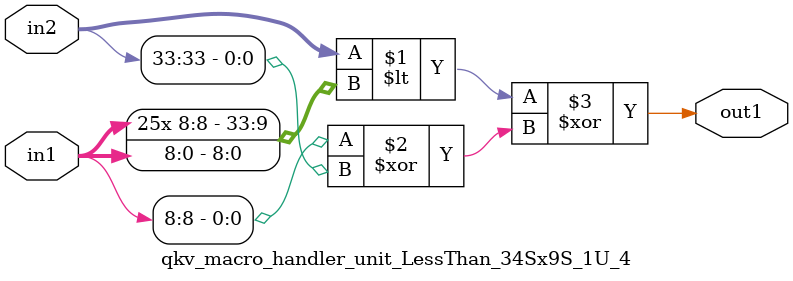
<source format=v>

`timescale 1ps / 1ps


module qkv_macro_handler_unit_LessThan_34Sx9S_1U_4( in2, in1, out1 );

    input [33:0] in2;
    input [8:0] in1;
    output out1;

    
    // rtl_process:qkv_macro_handler_unit_LessThan_34Sx9S_1U_4/qkv_macro_handler_unit_LessThan_34Sx9S_1U_4_thread_1
    assign out1 = (in2 < {{ 25 {in1[8]}}, in1} ^ (in1[8] ^ in2[33]));

endmodule


</source>
